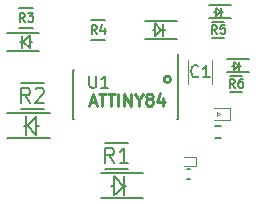
<source format=gto>
G04 #@! TF.FileFunction,Legend,Top*
%FSLAX46Y46*%
G04 Gerber Fmt 4.6, Leading zero omitted, Abs format (unit mm)*
G04 Created by KiCad (PCBNEW 4.0.6) date 08/28/18 17:36:48*
%MOMM*%
%LPD*%
G01*
G04 APERTURE LIST*
%ADD10C,0.100000*%
%ADD11C,0.254000*%
%ADD12C,0.250000*%
%ADD13C,0.150000*%
%ADD14C,0.120000*%
%ADD15C,0.200000*%
G04 APERTURE END LIST*
D10*
D11*
X127029981Y-113665000D02*
G75*
G03X127029981Y-113665000I-283981J0D01*
G01*
D12*
X120174143Y-115609667D02*
X120650334Y-115609667D01*
X120078905Y-115895381D02*
X120412238Y-114895381D01*
X120745572Y-115895381D01*
X120936048Y-114895381D02*
X121507477Y-114895381D01*
X121221762Y-115895381D02*
X121221762Y-114895381D01*
X121697953Y-114895381D02*
X122269382Y-114895381D01*
X121983667Y-115895381D02*
X121983667Y-114895381D01*
X122602715Y-115895381D02*
X122602715Y-114895381D01*
X123078905Y-115895381D02*
X123078905Y-114895381D01*
X123650334Y-115895381D01*
X123650334Y-114895381D01*
X124317000Y-115419190D02*
X124317000Y-115895381D01*
X123983667Y-114895381D02*
X124317000Y-115419190D01*
X124650334Y-114895381D01*
X125126524Y-115323952D02*
X125031286Y-115276333D01*
X124983667Y-115228714D01*
X124936048Y-115133476D01*
X124936048Y-115085857D01*
X124983667Y-114990619D01*
X125031286Y-114943000D01*
X125126524Y-114895381D01*
X125317001Y-114895381D01*
X125412239Y-114943000D01*
X125459858Y-114990619D01*
X125507477Y-115085857D01*
X125507477Y-115133476D01*
X125459858Y-115228714D01*
X125412239Y-115276333D01*
X125317001Y-115323952D01*
X125126524Y-115323952D01*
X125031286Y-115371571D01*
X124983667Y-115419190D01*
X124936048Y-115514429D01*
X124936048Y-115704905D01*
X124983667Y-115800143D01*
X125031286Y-115847762D01*
X125126524Y-115895381D01*
X125317001Y-115895381D01*
X125412239Y-115847762D01*
X125459858Y-115800143D01*
X125507477Y-115704905D01*
X125507477Y-115514429D01*
X125459858Y-115419190D01*
X125412239Y-115371571D01*
X125317001Y-115323952D01*
X126364620Y-115228714D02*
X126364620Y-115895381D01*
X126126524Y-114847762D02*
X125888429Y-115562048D01*
X126507477Y-115562048D01*
D10*
X130683000Y-116078000D02*
X132080000Y-116078000D01*
X132080000Y-116078000D02*
X132080000Y-117094000D01*
X132080000Y-117094000D02*
X130683000Y-117094000D01*
X130964000Y-116436000D02*
X130964000Y-116736000D01*
X131164000Y-116586000D02*
X130964000Y-116436000D01*
X131164000Y-116586000D02*
X130964000Y-116736000D01*
X128143000Y-121031000D02*
X129159000Y-121031000D01*
X129159000Y-121031000D02*
X129159000Y-120269000D01*
X129159000Y-120269000D02*
X128143000Y-120269000D01*
D13*
X115108000Y-110490000D02*
X115258000Y-110490000D01*
X114258000Y-110490000D02*
X114608000Y-110490000D01*
X114558000Y-110490000D02*
X115108000Y-109940000D01*
X115108000Y-109940000D02*
X115108000Y-111040000D01*
X115108000Y-111040000D02*
X114558000Y-110490000D01*
X114458000Y-110140000D02*
X114458000Y-109990000D01*
X114458000Y-110840000D02*
X114458000Y-110990000D01*
X113208000Y-111240000D02*
X115908000Y-111240000D01*
X113208000Y-109740000D02*
X115908000Y-109740000D01*
X114458000Y-110140000D02*
X114458000Y-110840000D01*
X125684000Y-109474000D02*
X125534000Y-109474000D01*
X126534000Y-109474000D02*
X126184000Y-109474000D01*
X126234000Y-109474000D02*
X125684000Y-110024000D01*
X125684000Y-110024000D02*
X125684000Y-108924000D01*
X125684000Y-108924000D02*
X126234000Y-109474000D01*
X126334000Y-109824000D02*
X126334000Y-109974000D01*
X126334000Y-109124000D02*
X126334000Y-108974000D01*
X127584000Y-108724000D02*
X124884000Y-108724000D01*
X127584000Y-110224000D02*
X124884000Y-110224000D01*
X126334000Y-109824000D02*
X126334000Y-109124000D01*
X130864000Y-107950000D02*
X130714000Y-107950000D01*
X131414000Y-107950000D02*
X131214000Y-107950000D01*
X131164000Y-107950000D02*
X130864000Y-108300000D01*
X130864000Y-108300000D02*
X130864000Y-107600000D01*
X130864000Y-107600000D02*
X131264000Y-107950000D01*
X131264000Y-107950000D02*
X131214000Y-107950000D01*
X131264000Y-108350000D02*
X131264000Y-107600000D01*
X132164000Y-107400000D02*
X130264000Y-107400000D01*
X132164000Y-108500000D02*
X130264000Y-108500000D01*
X114208000Y-107583000D02*
X115408000Y-107583000D01*
X115408000Y-109333000D02*
X114208000Y-109333000D01*
X121504000Y-110349000D02*
X120304000Y-110349000D01*
X120304000Y-108599000D02*
X121504000Y-108599000D01*
X131564000Y-110149000D02*
X130564000Y-110149000D01*
X130564000Y-108799000D02*
X131564000Y-108799000D01*
X128639000Y-121226000D02*
X128409000Y-121226000D01*
X128409000Y-122106000D02*
X128639000Y-122106000D01*
X132388000Y-112522000D02*
X132238000Y-112522000D01*
X132938000Y-112522000D02*
X132738000Y-112522000D01*
X132688000Y-112522000D02*
X132388000Y-112872000D01*
X132388000Y-112872000D02*
X132388000Y-112172000D01*
X132388000Y-112172000D02*
X132788000Y-112522000D01*
X132788000Y-112522000D02*
X132738000Y-112522000D01*
X132788000Y-112922000D02*
X132788000Y-112172000D01*
X133688000Y-111972000D02*
X131788000Y-111972000D01*
X133688000Y-113072000D02*
X131788000Y-113072000D01*
X133088000Y-114721000D02*
X132088000Y-114721000D01*
X132088000Y-113371000D02*
X133088000Y-113371000D01*
X131314000Y-117585000D02*
X130814000Y-117585000D01*
X130814000Y-118635000D02*
X131314000Y-118635000D01*
X123055000Y-121982000D02*
X123055000Y-121882000D01*
X123055000Y-123382000D02*
X123055000Y-123482000D01*
X122255000Y-122682000D02*
X121955000Y-122682000D01*
X122255000Y-121882000D02*
X122255000Y-123382000D01*
X122255000Y-123382000D02*
X122255000Y-123482000D01*
X122355000Y-121982000D02*
X122255000Y-121882000D01*
X122355000Y-123382000D02*
X122255000Y-123482000D01*
X123255000Y-122682000D02*
X123055000Y-122682000D01*
X123055000Y-122182000D02*
X123055000Y-121982000D01*
X123055000Y-123182000D02*
X123055000Y-123382000D01*
X122955000Y-122682000D02*
X122355000Y-121982000D01*
X122355000Y-123382000D02*
X122955000Y-122782000D01*
X124705000Y-121632000D02*
X121105000Y-121632000D01*
X124705000Y-123732000D02*
X121105000Y-123732000D01*
X123055000Y-123182000D02*
X123055000Y-122182000D01*
X123428000Y-121217000D02*
X121428000Y-121217000D01*
X121428000Y-119067000D02*
X123428000Y-119067000D01*
X114816000Y-118302000D02*
X114816000Y-118402000D01*
X114816000Y-116902000D02*
X114816000Y-116802000D01*
X115616000Y-117602000D02*
X115916000Y-117602000D01*
X115616000Y-118402000D02*
X115616000Y-116902000D01*
X115616000Y-116902000D02*
X115616000Y-116802000D01*
X115516000Y-118302000D02*
X115616000Y-118402000D01*
X115516000Y-116902000D02*
X115616000Y-116802000D01*
X114616000Y-117602000D02*
X114816000Y-117602000D01*
X114816000Y-118102000D02*
X114816000Y-118302000D01*
X114816000Y-117102000D02*
X114816000Y-116902000D01*
X114916000Y-117602000D02*
X115516000Y-118302000D01*
X115516000Y-116902000D02*
X114916000Y-117502000D01*
X113166000Y-118652000D02*
X116766000Y-118652000D01*
X113166000Y-116552000D02*
X116766000Y-116552000D01*
X114816000Y-117102000D02*
X114816000Y-118102000D01*
X114316000Y-113987000D02*
X116316000Y-113987000D01*
X116316000Y-116137000D02*
X114316000Y-116137000D01*
D14*
X128520000Y-112030000D02*
X128520000Y-114030000D01*
X130560000Y-114030000D02*
X130560000Y-112030000D01*
D13*
X127640000Y-112860000D02*
X127615000Y-112860000D01*
X127640000Y-117010000D02*
X127525000Y-117010000D01*
X118740000Y-117010000D02*
X118855000Y-117010000D01*
X118740000Y-112860000D02*
X118855000Y-112860000D01*
X127640000Y-112860000D02*
X127640000Y-117010000D01*
X118740000Y-112860000D02*
X118740000Y-117010000D01*
X127615000Y-112860000D02*
X127615000Y-111485000D01*
X114681000Y-108802714D02*
X114427000Y-108439857D01*
X114245572Y-108802714D02*
X114245572Y-108040714D01*
X114535857Y-108040714D01*
X114608429Y-108077000D01*
X114644714Y-108113286D01*
X114681000Y-108185857D01*
X114681000Y-108294714D01*
X114644714Y-108367286D01*
X114608429Y-108403571D01*
X114535857Y-108439857D01*
X114245572Y-108439857D01*
X114935000Y-108040714D02*
X115406714Y-108040714D01*
X115152714Y-108331000D01*
X115261572Y-108331000D01*
X115334143Y-108367286D01*
X115370429Y-108403571D01*
X115406714Y-108476143D01*
X115406714Y-108657571D01*
X115370429Y-108730143D01*
X115334143Y-108766429D01*
X115261572Y-108802714D01*
X115043857Y-108802714D01*
X114971286Y-108766429D01*
X114935000Y-108730143D01*
X120777000Y-109818714D02*
X120523000Y-109455857D01*
X120341572Y-109818714D02*
X120341572Y-109056714D01*
X120631857Y-109056714D01*
X120704429Y-109093000D01*
X120740714Y-109129286D01*
X120777000Y-109201857D01*
X120777000Y-109310714D01*
X120740714Y-109383286D01*
X120704429Y-109419571D01*
X120631857Y-109455857D01*
X120341572Y-109455857D01*
X121430143Y-109310714D02*
X121430143Y-109818714D01*
X121248714Y-109020429D02*
X121067286Y-109564714D01*
X121539000Y-109564714D01*
X130937000Y-109818714D02*
X130683000Y-109455857D01*
X130501572Y-109818714D02*
X130501572Y-109056714D01*
X130791857Y-109056714D01*
X130864429Y-109093000D01*
X130900714Y-109129286D01*
X130937000Y-109201857D01*
X130937000Y-109310714D01*
X130900714Y-109383286D01*
X130864429Y-109419571D01*
X130791857Y-109455857D01*
X130501572Y-109455857D01*
X131626429Y-109056714D02*
X131263572Y-109056714D01*
X131227286Y-109419571D01*
X131263572Y-109383286D01*
X131336143Y-109347000D01*
X131517572Y-109347000D01*
X131590143Y-109383286D01*
X131626429Y-109419571D01*
X131662714Y-109492143D01*
X131662714Y-109673571D01*
X131626429Y-109746143D01*
X131590143Y-109782429D01*
X131517572Y-109818714D01*
X131336143Y-109818714D01*
X131263572Y-109782429D01*
X131227286Y-109746143D01*
X132461000Y-114390714D02*
X132207000Y-114027857D01*
X132025572Y-114390714D02*
X132025572Y-113628714D01*
X132315857Y-113628714D01*
X132388429Y-113665000D01*
X132424714Y-113701286D01*
X132461000Y-113773857D01*
X132461000Y-113882714D01*
X132424714Y-113955286D01*
X132388429Y-113991571D01*
X132315857Y-114027857D01*
X132025572Y-114027857D01*
X133114143Y-113628714D02*
X132969000Y-113628714D01*
X132896429Y-113665000D01*
X132860143Y-113701286D01*
X132787572Y-113810143D01*
X132751286Y-113955286D01*
X132751286Y-114245571D01*
X132787572Y-114318143D01*
X132823857Y-114354429D01*
X132896429Y-114390714D01*
X133041572Y-114390714D01*
X133114143Y-114354429D01*
X133150429Y-114318143D01*
X133186714Y-114245571D01*
X133186714Y-114064143D01*
X133150429Y-113991571D01*
X133114143Y-113955286D01*
X133041572Y-113919000D01*
X132896429Y-113919000D01*
X132823857Y-113955286D01*
X132787572Y-113991571D01*
X132751286Y-114064143D01*
D15*
X122219667Y-120707476D02*
X121803000Y-120112238D01*
X121505381Y-120707476D02*
X121505381Y-119457476D01*
X121981572Y-119457476D01*
X122100619Y-119517000D01*
X122160143Y-119576524D01*
X122219667Y-119695571D01*
X122219667Y-119874143D01*
X122160143Y-119993190D01*
X122100619Y-120052714D01*
X121981572Y-120112238D01*
X121505381Y-120112238D01*
X123410143Y-120707476D02*
X122695857Y-120707476D01*
X123053000Y-120707476D02*
X123053000Y-119457476D01*
X122933952Y-119636048D01*
X122814905Y-119755095D01*
X122695857Y-119814619D01*
X115107667Y-115627476D02*
X114691000Y-115032238D01*
X114393381Y-115627476D02*
X114393381Y-114377476D01*
X114869572Y-114377476D01*
X114988619Y-114437000D01*
X115048143Y-114496524D01*
X115107667Y-114615571D01*
X115107667Y-114794143D01*
X115048143Y-114913190D01*
X114988619Y-114972714D01*
X114869572Y-115032238D01*
X114393381Y-115032238D01*
X115583857Y-114496524D02*
X115643381Y-114437000D01*
X115762429Y-114377476D01*
X116060048Y-114377476D01*
X116179095Y-114437000D01*
X116238619Y-114496524D01*
X116298143Y-114615571D01*
X116298143Y-114734619D01*
X116238619Y-114913190D01*
X115524333Y-115627476D01*
X116298143Y-115627476D01*
D13*
X129373334Y-113387143D02*
X129325715Y-113434762D01*
X129182858Y-113482381D01*
X129087620Y-113482381D01*
X128944762Y-113434762D01*
X128849524Y-113339524D01*
X128801905Y-113244286D01*
X128754286Y-113053810D01*
X128754286Y-112910952D01*
X128801905Y-112720476D01*
X128849524Y-112625238D01*
X128944762Y-112530000D01*
X129087620Y-112482381D01*
X129182858Y-112482381D01*
X129325715Y-112530000D01*
X129373334Y-112577619D01*
X130325715Y-113482381D02*
X129754286Y-113482381D01*
X130040000Y-113482381D02*
X130040000Y-112482381D01*
X129944762Y-112625238D01*
X129849524Y-112720476D01*
X129754286Y-112768095D01*
X120142095Y-113371381D02*
X120142095Y-114180905D01*
X120189714Y-114276143D01*
X120237333Y-114323762D01*
X120332571Y-114371381D01*
X120523048Y-114371381D01*
X120618286Y-114323762D01*
X120665905Y-114276143D01*
X120713524Y-114180905D01*
X120713524Y-113371381D01*
X121713524Y-114371381D02*
X121142095Y-114371381D01*
X121427809Y-114371381D02*
X121427809Y-113371381D01*
X121332571Y-113514238D01*
X121237333Y-113609476D01*
X121142095Y-113657095D01*
M02*

</source>
